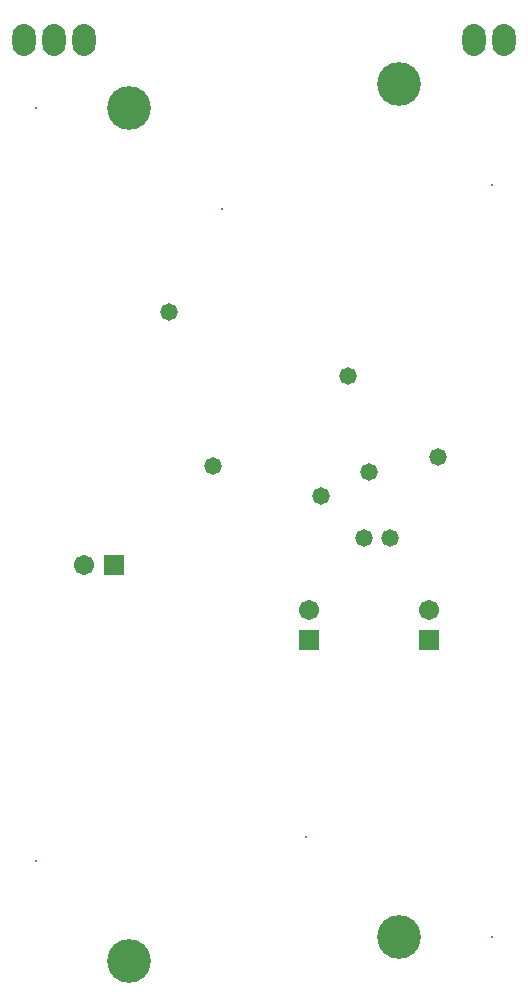
<source format=gbr>
%TF.GenerationSoftware,Altium Limited,Altium Designer,20.0.13 (296)*%
G04 Layer_Color=16711935*
%FSLAX26Y26*%
%MOIN*%
%TF.FileFunction,Soldermask,Bot*%
%TF.Part,Single*%
G01*
G75*
%TA.AperFunction,ComponentPad*%
%ADD27C,0.067055*%
%ADD28R,0.067055X0.067055*%
%ADD29O,0.076898X0.106425*%
%ADD30R,0.067055X0.067055*%
%ADD31R,0.008000X0.008000*%
%ADD32C,0.145795*%
%TA.AperFunction,ViaPad*%
%ADD33C,0.058000*%
D27*
X1450000Y1300000D02*
D03*
X1050000D02*
D03*
X300000Y1450000D02*
D03*
D28*
X1450000Y1200000D02*
D03*
X1050000D02*
D03*
D29*
X100000Y3200000D02*
D03*
X200000D02*
D03*
X300000D02*
D03*
X1600000D02*
D03*
X1700000D02*
D03*
D30*
X400000Y1450000D02*
D03*
D31*
X1659842Y2715595D02*
D03*
Y207327D02*
D03*
X1040158Y542366D02*
D03*
X140157Y463386D02*
D03*
Y2971653D02*
D03*
X759842Y2636614D02*
D03*
D32*
X1350000Y3050634D02*
D03*
Y207327D02*
D03*
X450000Y128346D02*
D03*
Y2971653D02*
D03*
D33*
X730000Y1780000D02*
D03*
X1250000Y1758902D02*
D03*
X1090000Y1680000D02*
D03*
X1180000Y2080000D02*
D03*
X1480000Y1810000D02*
D03*
X1234000Y1540000D02*
D03*
X1319000Y1538000D02*
D03*
X583000Y2292000D02*
D03*
%TF.MD5,09abdec768191765d39453f146010f14*%
M02*

</source>
